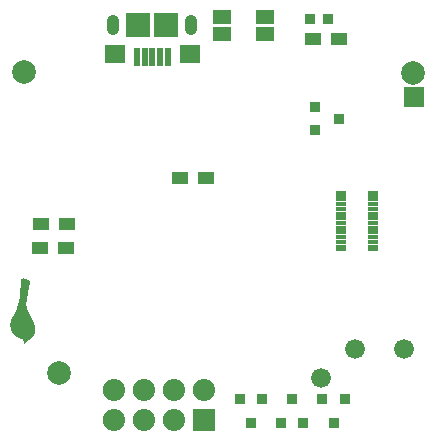
<source format=gbs>
G04 #@! TF.FileFunction,Soldermask,Bot*
%FSLAX46Y46*%
G04 Gerber Fmt 4.6, Leading zero omitted, Abs format (unit mm)*
G04 Created by KiCad (PCBNEW 4.0.1-stable) date Thursday, April 14, 2016 'AMt' 11:50:35 AM*
%MOMM*%
G01*
G04 APERTURE LIST*
%ADD10C,0.100000*%
%ADD11C,0.010000*%
%ADD12R,0.812400X0.382400*%
%ADD13R,0.812400X0.502400*%
%ADD14C,2.000000*%
%ADD15R,0.949960X0.949960*%
%ADD16C,1.676400*%
%ADD17R,1.879600X1.879600*%
%ADD18O,1.879600X1.879600*%
%ADD19R,1.352400X1.052400*%
%ADD20R,1.552400X1.202400*%
%ADD21R,0.952500X0.952500*%
%ADD22R,1.653540X1.653540*%
%ADD23R,1.752400X1.552400*%
%ADD24R,0.552400X1.502400*%
%ADD25R,2.052400X2.052400*%
%ADD26O,1.052400X1.752400*%
G04 APERTURE END LIST*
D10*
D11*
G36*
X132312729Y-117080436D02*
X132311512Y-117054492D01*
X132309405Y-117029876D01*
X132306319Y-117005432D01*
X132302163Y-116980001D01*
X132298931Y-116962832D01*
X132293687Y-116937483D01*
X132288076Y-116913301D01*
X132281868Y-116889569D01*
X132274836Y-116865571D01*
X132266750Y-116840588D01*
X132257382Y-116813905D01*
X132246502Y-116784804D01*
X132233882Y-116752567D01*
X132224064Y-116728180D01*
X132210762Y-116695800D01*
X132196953Y-116662927D01*
X132182506Y-116629285D01*
X132167292Y-116594596D01*
X132151180Y-116558583D01*
X132134041Y-116520969D01*
X132115745Y-116481476D01*
X132096161Y-116439828D01*
X132075160Y-116395747D01*
X132052611Y-116348956D01*
X132028385Y-116299178D01*
X132002352Y-116246136D01*
X131974381Y-116189552D01*
X131944343Y-116129150D01*
X131924564Y-116089541D01*
X131896596Y-116033510D01*
X131870721Y-115981441D01*
X131846791Y-115933012D01*
X131824657Y-115887898D01*
X131804170Y-115845776D01*
X131785181Y-115806321D01*
X131767543Y-115769210D01*
X131751105Y-115734119D01*
X131735720Y-115700724D01*
X131721238Y-115668701D01*
X131707511Y-115637727D01*
X131694390Y-115607476D01*
X131681726Y-115577626D01*
X131669371Y-115547852D01*
X131657175Y-115517831D01*
X131644991Y-115487239D01*
X131632669Y-115455751D01*
X131628108Y-115443971D01*
X131621739Y-115427521D01*
X131615795Y-115412243D01*
X131610540Y-115398816D01*
X131606241Y-115387915D01*
X131603163Y-115380220D01*
X131601626Y-115376521D01*
X131598499Y-115369547D01*
X131576854Y-115387626D01*
X131545173Y-115416127D01*
X131513107Y-115448908D01*
X131481033Y-115485472D01*
X131449328Y-115525320D01*
X131418370Y-115567956D01*
X131388536Y-115612883D01*
X131360204Y-115659602D01*
X131333751Y-115707616D01*
X131333102Y-115708857D01*
X131302323Y-115771538D01*
X131273291Y-115838125D01*
X131246203Y-115907941D01*
X131221259Y-115980309D01*
X131198655Y-116054552D01*
X131178590Y-116129992D01*
X131161261Y-116205954D01*
X131146866Y-116281758D01*
X131135604Y-116356729D01*
X131130217Y-116403124D01*
X131129136Y-116416878D01*
X131128287Y-116434158D01*
X131127671Y-116454064D01*
X131127287Y-116475696D01*
X131127135Y-116498153D01*
X131127216Y-116520535D01*
X131127530Y-116541942D01*
X131128076Y-116561473D01*
X131128855Y-116578228D01*
X131129867Y-116591307D01*
X131130197Y-116594229D01*
X131137899Y-116642356D01*
X131148558Y-116686722D01*
X131162167Y-116727307D01*
X131178719Y-116764087D01*
X131198207Y-116797044D01*
X131207192Y-116809643D01*
X131230889Y-116837515D01*
X131257003Y-116861293D01*
X131285864Y-116881217D01*
X131317801Y-116897528D01*
X131338704Y-116905725D01*
X131358013Y-116912044D01*
X131375569Y-116916562D01*
X131392905Y-116919522D01*
X131411552Y-116921170D01*
X131433039Y-116921748D01*
X131439407Y-116921752D01*
X131478424Y-116921615D01*
X131480043Y-116937410D01*
X131481661Y-116953205D01*
X131470054Y-116970264D01*
X131458447Y-116987324D01*
X131435466Y-116988029D01*
X131403256Y-116986958D01*
X131369569Y-116982033D01*
X131335412Y-116973555D01*
X131301792Y-116961821D01*
X131269715Y-116947130D01*
X131241038Y-116930343D01*
X131208226Y-116905807D01*
X131178661Y-116877694D01*
X131152351Y-116846016D01*
X131129303Y-116810788D01*
X131109524Y-116772025D01*
X131093022Y-116729740D01*
X131079803Y-116683949D01*
X131069874Y-116634665D01*
X131063244Y-116581902D01*
X131062712Y-116575835D01*
X131061560Y-116556649D01*
X131060937Y-116533734D01*
X131060819Y-116508167D01*
X131061179Y-116481026D01*
X131061990Y-116453387D01*
X131063227Y-116426328D01*
X131064865Y-116400926D01*
X131066876Y-116378258D01*
X131067647Y-116371304D01*
X131078328Y-116294242D01*
X131092248Y-116216100D01*
X131109193Y-116137641D01*
X131128951Y-116059628D01*
X131151309Y-115982821D01*
X131176055Y-115907982D01*
X131202976Y-115835874D01*
X131231859Y-115767258D01*
X131243200Y-115742481D01*
X131272826Y-115682591D01*
X131304395Y-115625110D01*
X131337677Y-115570356D01*
X131372440Y-115518645D01*
X131408452Y-115470292D01*
X131445481Y-115425615D01*
X131483297Y-115384929D01*
X131521668Y-115348551D01*
X131547461Y-115326833D01*
X131559842Y-115316671D01*
X131568393Y-115309019D01*
X131573303Y-115303692D01*
X131574760Y-115300507D01*
X131574715Y-115300270D01*
X131572220Y-115290275D01*
X131569390Y-115276254D01*
X131566339Y-115258997D01*
X131563182Y-115239295D01*
X131560031Y-115217938D01*
X131557003Y-115195717D01*
X131554211Y-115173424D01*
X131551769Y-115151848D01*
X131549792Y-115131780D01*
X131548988Y-115122238D01*
X131547797Y-115101489D01*
X131547330Y-115078508D01*
X131547605Y-115052991D01*
X131548642Y-115024634D01*
X131550457Y-114993131D01*
X131553071Y-114958177D01*
X131556500Y-114919469D01*
X131560764Y-114876700D01*
X131565881Y-114829567D01*
X131567529Y-114815019D01*
X131575630Y-114747865D01*
X131585084Y-114676268D01*
X131595856Y-114600417D01*
X131607912Y-114520503D01*
X131621216Y-114436717D01*
X131635735Y-114349250D01*
X131651434Y-114258292D01*
X131668278Y-114164034D01*
X131686231Y-114066667D01*
X131705260Y-113966381D01*
X131725330Y-113863368D01*
X131746406Y-113757817D01*
X131768453Y-113649920D01*
X131791436Y-113539867D01*
X131815321Y-113427848D01*
X131840074Y-113314055D01*
X131844343Y-113294648D01*
X131849073Y-113273025D01*
X131853518Y-113252407D01*
X131857555Y-113233376D01*
X131861065Y-113216516D01*
X131863926Y-113202411D01*
X131866018Y-113191644D01*
X131867220Y-113184798D01*
X131867415Y-113183371D01*
X131867358Y-113164597D01*
X131863521Y-113144733D01*
X131856361Y-113125026D01*
X131846334Y-113106721D01*
X131833897Y-113091065D01*
X131833419Y-113090576D01*
X131824943Y-113083199D01*
X131812514Y-113074131D01*
X131796606Y-113063630D01*
X131777694Y-113051956D01*
X131756252Y-113039369D01*
X131732753Y-113026129D01*
X131707672Y-113012496D01*
X131681482Y-112998728D01*
X131654659Y-112985087D01*
X131627676Y-112971831D01*
X131601007Y-112959220D01*
X131575126Y-112947515D01*
X131561334Y-112941528D01*
X131514061Y-112922685D01*
X131469540Y-112907683D01*
X131427796Y-112896527D01*
X131388849Y-112889221D01*
X131352723Y-112885766D01*
X131319440Y-112886167D01*
X131289023Y-112890426D01*
X131262728Y-112898078D01*
X131248834Y-112904648D01*
X131233808Y-112913949D01*
X131219341Y-112924782D01*
X131207126Y-112935950D01*
X131203410Y-112940053D01*
X131195243Y-112950606D01*
X131188032Y-112962001D01*
X131181702Y-112974613D01*
X131176178Y-112988815D01*
X131171384Y-113004979D01*
X131167244Y-113023479D01*
X131163684Y-113044687D01*
X131160627Y-113068978D01*
X131157998Y-113096723D01*
X131155722Y-113128297D01*
X131153723Y-113164072D01*
X131152446Y-113191838D01*
X131151912Y-113205395D01*
X131151285Y-113223106D01*
X131150585Y-113244286D01*
X131149832Y-113268253D01*
X131149049Y-113294323D01*
X131148255Y-113321812D01*
X131147472Y-113350038D01*
X131146719Y-113378316D01*
X131146352Y-113392619D01*
X131144435Y-113465281D01*
X131142472Y-113533516D01*
X131140442Y-113597734D01*
X131138326Y-113658348D01*
X131136103Y-113715767D01*
X131133753Y-113770403D01*
X131131255Y-113822667D01*
X131128590Y-113872969D01*
X131125738Y-113921721D01*
X131122678Y-113969333D01*
X131119389Y-114016217D01*
X131115853Y-114062783D01*
X131112048Y-114109443D01*
X131109941Y-114134057D01*
X131100125Y-114238566D01*
X131089142Y-114339029D01*
X131076851Y-114436127D01*
X131063112Y-114530540D01*
X131047785Y-114622947D01*
X131030730Y-114714028D01*
X131011805Y-114804464D01*
X130990872Y-114894934D01*
X130967790Y-114986118D01*
X130942418Y-115078697D01*
X130914616Y-115173349D01*
X130884243Y-115270755D01*
X130860103Y-115344790D01*
X130847144Y-115383637D01*
X130834962Y-115419588D01*
X130823374Y-115453035D01*
X130812198Y-115484370D01*
X130801252Y-115513986D01*
X130790353Y-115542274D01*
X130779318Y-115569626D01*
X130767965Y-115596435D01*
X130756112Y-115623092D01*
X130743575Y-115649989D01*
X130730173Y-115677519D01*
X130715723Y-115706073D01*
X130700041Y-115736044D01*
X130682947Y-115767824D01*
X130664257Y-115801804D01*
X130643788Y-115838376D01*
X130621359Y-115877934D01*
X130596787Y-115920868D01*
X130571212Y-115965276D01*
X130551376Y-115999694D01*
X130533748Y-116030393D01*
X130518081Y-116057825D01*
X130504127Y-116082438D01*
X130491637Y-116104682D01*
X130480364Y-116125007D01*
X130470059Y-116143864D01*
X130460475Y-116161701D01*
X130451364Y-116178969D01*
X130442477Y-116196118D01*
X130433567Y-116213596D01*
X130425838Y-116228952D01*
X130403949Y-116273741D01*
X130384775Y-116315424D01*
X130368070Y-116354718D01*
X130353585Y-116392342D01*
X130341073Y-116429014D01*
X130330284Y-116465450D01*
X130320972Y-116502371D01*
X130312889Y-116540492D01*
X130307021Y-116573045D01*
X130300588Y-116613692D01*
X130295532Y-116651122D01*
X130291742Y-116686722D01*
X130289104Y-116721880D01*
X130287508Y-116757980D01*
X130286842Y-116796411D01*
X130286851Y-116822829D01*
X130286988Y-116841061D01*
X130287165Y-116858234D01*
X130287370Y-116873598D01*
X130287593Y-116886402D01*
X130287822Y-116895898D01*
X130288045Y-116901333D01*
X130288053Y-116901448D01*
X130294235Y-116963879D01*
X130303591Y-117025463D01*
X130315971Y-117085610D01*
X130331224Y-117143736D01*
X130349200Y-117199253D01*
X130369747Y-117251574D01*
X130388125Y-117291114D01*
X130420284Y-117349972D01*
X130456998Y-117407316D01*
X130498212Y-117463094D01*
X130543870Y-117517253D01*
X130593914Y-117569741D01*
X130648290Y-117620506D01*
X130706940Y-117669496D01*
X130769808Y-117716658D01*
X130836839Y-117761940D01*
X130907976Y-117805290D01*
X130983163Y-117846656D01*
X130988860Y-117849623D01*
X131040297Y-117874999D01*
X131093607Y-117898666D01*
X131149431Y-117920868D01*
X131208406Y-117941853D01*
X131271173Y-117961866D01*
X131309766Y-117973182D01*
X131327998Y-117978370D01*
X131395970Y-118146876D01*
X131406924Y-118173946D01*
X131417400Y-118199671D01*
X131427254Y-118223703D01*
X131436338Y-118245696D01*
X131444509Y-118265301D01*
X131451620Y-118282173D01*
X131457526Y-118295962D01*
X131462082Y-118306324D01*
X131465141Y-118312909D01*
X131466559Y-118315372D01*
X131466591Y-118315381D01*
X131468563Y-118313615D01*
X131473510Y-118308493D01*
X131481192Y-118300276D01*
X131491371Y-118289225D01*
X131503811Y-118275604D01*
X131518272Y-118259673D01*
X131534518Y-118241695D01*
X131552310Y-118221931D01*
X131571410Y-118200643D01*
X131591581Y-118178094D01*
X131607223Y-118160562D01*
X131745206Y-118005743D01*
X131772442Y-117995884D01*
X131820493Y-117976454D01*
X131866369Y-117953656D01*
X131910487Y-117927210D01*
X131953264Y-117896838D01*
X131995117Y-117862261D01*
X132036464Y-117823199D01*
X132047485Y-117811961D01*
X132088750Y-117765802D01*
X132126931Y-117716025D01*
X132161936Y-117662811D01*
X132193676Y-117606341D01*
X132222059Y-117546797D01*
X132246996Y-117484361D01*
X132268395Y-117419215D01*
X132286165Y-117351540D01*
X132293028Y-117319943D01*
X132298950Y-117289499D01*
X132303593Y-117262261D01*
X132307112Y-117236814D01*
X132309665Y-117211744D01*
X132311408Y-117185636D01*
X132312499Y-117157075D01*
X132312857Y-117140933D01*
X132313147Y-117108864D01*
X132312729Y-117080436D01*
X132312729Y-117080436D01*
G37*
X132312729Y-117080436D02*
X132311512Y-117054492D01*
X132309405Y-117029876D01*
X132306319Y-117005432D01*
X132302163Y-116980001D01*
X132298931Y-116962832D01*
X132293687Y-116937483D01*
X132288076Y-116913301D01*
X132281868Y-116889569D01*
X132274836Y-116865571D01*
X132266750Y-116840588D01*
X132257382Y-116813905D01*
X132246502Y-116784804D01*
X132233882Y-116752567D01*
X132224064Y-116728180D01*
X132210762Y-116695800D01*
X132196953Y-116662927D01*
X132182506Y-116629285D01*
X132167292Y-116594596D01*
X132151180Y-116558583D01*
X132134041Y-116520969D01*
X132115745Y-116481476D01*
X132096161Y-116439828D01*
X132075160Y-116395747D01*
X132052611Y-116348956D01*
X132028385Y-116299178D01*
X132002352Y-116246136D01*
X131974381Y-116189552D01*
X131944343Y-116129150D01*
X131924564Y-116089541D01*
X131896596Y-116033510D01*
X131870721Y-115981441D01*
X131846791Y-115933012D01*
X131824657Y-115887898D01*
X131804170Y-115845776D01*
X131785181Y-115806321D01*
X131767543Y-115769210D01*
X131751105Y-115734119D01*
X131735720Y-115700724D01*
X131721238Y-115668701D01*
X131707511Y-115637727D01*
X131694390Y-115607476D01*
X131681726Y-115577626D01*
X131669371Y-115547852D01*
X131657175Y-115517831D01*
X131644991Y-115487239D01*
X131632669Y-115455751D01*
X131628108Y-115443971D01*
X131621739Y-115427521D01*
X131615795Y-115412243D01*
X131610540Y-115398816D01*
X131606241Y-115387915D01*
X131603163Y-115380220D01*
X131601626Y-115376521D01*
X131598499Y-115369547D01*
X131576854Y-115387626D01*
X131545173Y-115416127D01*
X131513107Y-115448908D01*
X131481033Y-115485472D01*
X131449328Y-115525320D01*
X131418370Y-115567956D01*
X131388536Y-115612883D01*
X131360204Y-115659602D01*
X131333751Y-115707616D01*
X131333102Y-115708857D01*
X131302323Y-115771538D01*
X131273291Y-115838125D01*
X131246203Y-115907941D01*
X131221259Y-115980309D01*
X131198655Y-116054552D01*
X131178590Y-116129992D01*
X131161261Y-116205954D01*
X131146866Y-116281758D01*
X131135604Y-116356729D01*
X131130217Y-116403124D01*
X131129136Y-116416878D01*
X131128287Y-116434158D01*
X131127671Y-116454064D01*
X131127287Y-116475696D01*
X131127135Y-116498153D01*
X131127216Y-116520535D01*
X131127530Y-116541942D01*
X131128076Y-116561473D01*
X131128855Y-116578228D01*
X131129867Y-116591307D01*
X131130197Y-116594229D01*
X131137899Y-116642356D01*
X131148558Y-116686722D01*
X131162167Y-116727307D01*
X131178719Y-116764087D01*
X131198207Y-116797044D01*
X131207192Y-116809643D01*
X131230889Y-116837515D01*
X131257003Y-116861293D01*
X131285864Y-116881217D01*
X131317801Y-116897528D01*
X131338704Y-116905725D01*
X131358013Y-116912044D01*
X131375569Y-116916562D01*
X131392905Y-116919522D01*
X131411552Y-116921170D01*
X131433039Y-116921748D01*
X131439407Y-116921752D01*
X131478424Y-116921615D01*
X131480043Y-116937410D01*
X131481661Y-116953205D01*
X131470054Y-116970264D01*
X131458447Y-116987324D01*
X131435466Y-116988029D01*
X131403256Y-116986958D01*
X131369569Y-116982033D01*
X131335412Y-116973555D01*
X131301792Y-116961821D01*
X131269715Y-116947130D01*
X131241038Y-116930343D01*
X131208226Y-116905807D01*
X131178661Y-116877694D01*
X131152351Y-116846016D01*
X131129303Y-116810788D01*
X131109524Y-116772025D01*
X131093022Y-116729740D01*
X131079803Y-116683949D01*
X131069874Y-116634665D01*
X131063244Y-116581902D01*
X131062712Y-116575835D01*
X131061560Y-116556649D01*
X131060937Y-116533734D01*
X131060819Y-116508167D01*
X131061179Y-116481026D01*
X131061990Y-116453387D01*
X131063227Y-116426328D01*
X131064865Y-116400926D01*
X131066876Y-116378258D01*
X131067647Y-116371304D01*
X131078328Y-116294242D01*
X131092248Y-116216100D01*
X131109193Y-116137641D01*
X131128951Y-116059628D01*
X131151309Y-115982821D01*
X131176055Y-115907982D01*
X131202976Y-115835874D01*
X131231859Y-115767258D01*
X131243200Y-115742481D01*
X131272826Y-115682591D01*
X131304395Y-115625110D01*
X131337677Y-115570356D01*
X131372440Y-115518645D01*
X131408452Y-115470292D01*
X131445481Y-115425615D01*
X131483297Y-115384929D01*
X131521668Y-115348551D01*
X131547461Y-115326833D01*
X131559842Y-115316671D01*
X131568393Y-115309019D01*
X131573303Y-115303692D01*
X131574760Y-115300507D01*
X131574715Y-115300270D01*
X131572220Y-115290275D01*
X131569390Y-115276254D01*
X131566339Y-115258997D01*
X131563182Y-115239295D01*
X131560031Y-115217938D01*
X131557003Y-115195717D01*
X131554211Y-115173424D01*
X131551769Y-115151848D01*
X131549792Y-115131780D01*
X131548988Y-115122238D01*
X131547797Y-115101489D01*
X131547330Y-115078508D01*
X131547605Y-115052991D01*
X131548642Y-115024634D01*
X131550457Y-114993131D01*
X131553071Y-114958177D01*
X131556500Y-114919469D01*
X131560764Y-114876700D01*
X131565881Y-114829567D01*
X131567529Y-114815019D01*
X131575630Y-114747865D01*
X131585084Y-114676268D01*
X131595856Y-114600417D01*
X131607912Y-114520503D01*
X131621216Y-114436717D01*
X131635735Y-114349250D01*
X131651434Y-114258292D01*
X131668278Y-114164034D01*
X131686231Y-114066667D01*
X131705260Y-113966381D01*
X131725330Y-113863368D01*
X131746406Y-113757817D01*
X131768453Y-113649920D01*
X131791436Y-113539867D01*
X131815321Y-113427848D01*
X131840074Y-113314055D01*
X131844343Y-113294648D01*
X131849073Y-113273025D01*
X131853518Y-113252407D01*
X131857555Y-113233376D01*
X131861065Y-113216516D01*
X131863926Y-113202411D01*
X131866018Y-113191644D01*
X131867220Y-113184798D01*
X131867415Y-113183371D01*
X131867358Y-113164597D01*
X131863521Y-113144733D01*
X131856361Y-113125026D01*
X131846334Y-113106721D01*
X131833897Y-113091065D01*
X131833419Y-113090576D01*
X131824943Y-113083199D01*
X131812514Y-113074131D01*
X131796606Y-113063630D01*
X131777694Y-113051956D01*
X131756252Y-113039369D01*
X131732753Y-113026129D01*
X131707672Y-113012496D01*
X131681482Y-112998728D01*
X131654659Y-112985087D01*
X131627676Y-112971831D01*
X131601007Y-112959220D01*
X131575126Y-112947515D01*
X131561334Y-112941528D01*
X131514061Y-112922685D01*
X131469540Y-112907683D01*
X131427796Y-112896527D01*
X131388849Y-112889221D01*
X131352723Y-112885766D01*
X131319440Y-112886167D01*
X131289023Y-112890426D01*
X131262728Y-112898078D01*
X131248834Y-112904648D01*
X131233808Y-112913949D01*
X131219341Y-112924782D01*
X131207126Y-112935950D01*
X131203410Y-112940053D01*
X131195243Y-112950606D01*
X131188032Y-112962001D01*
X131181702Y-112974613D01*
X131176178Y-112988815D01*
X131171384Y-113004979D01*
X131167244Y-113023479D01*
X131163684Y-113044687D01*
X131160627Y-113068978D01*
X131157998Y-113096723D01*
X131155722Y-113128297D01*
X131153723Y-113164072D01*
X131152446Y-113191838D01*
X131151912Y-113205395D01*
X131151285Y-113223106D01*
X131150585Y-113244286D01*
X131149832Y-113268253D01*
X131149049Y-113294323D01*
X131148255Y-113321812D01*
X131147472Y-113350038D01*
X131146719Y-113378316D01*
X131146352Y-113392619D01*
X131144435Y-113465281D01*
X131142472Y-113533516D01*
X131140442Y-113597734D01*
X131138326Y-113658348D01*
X131136103Y-113715767D01*
X131133753Y-113770403D01*
X131131255Y-113822667D01*
X131128590Y-113872969D01*
X131125738Y-113921721D01*
X131122678Y-113969333D01*
X131119389Y-114016217D01*
X131115853Y-114062783D01*
X131112048Y-114109443D01*
X131109941Y-114134057D01*
X131100125Y-114238566D01*
X131089142Y-114339029D01*
X131076851Y-114436127D01*
X131063112Y-114530540D01*
X131047785Y-114622947D01*
X131030730Y-114714028D01*
X131011805Y-114804464D01*
X130990872Y-114894934D01*
X130967790Y-114986118D01*
X130942418Y-115078697D01*
X130914616Y-115173349D01*
X130884243Y-115270755D01*
X130860103Y-115344790D01*
X130847144Y-115383637D01*
X130834962Y-115419588D01*
X130823374Y-115453035D01*
X130812198Y-115484370D01*
X130801252Y-115513986D01*
X130790353Y-115542274D01*
X130779318Y-115569626D01*
X130767965Y-115596435D01*
X130756112Y-115623092D01*
X130743575Y-115649989D01*
X130730173Y-115677519D01*
X130715723Y-115706073D01*
X130700041Y-115736044D01*
X130682947Y-115767824D01*
X130664257Y-115801804D01*
X130643788Y-115838376D01*
X130621359Y-115877934D01*
X130596787Y-115920868D01*
X130571212Y-115965276D01*
X130551376Y-115999694D01*
X130533748Y-116030393D01*
X130518081Y-116057825D01*
X130504127Y-116082438D01*
X130491637Y-116104682D01*
X130480364Y-116125007D01*
X130470059Y-116143864D01*
X130460475Y-116161701D01*
X130451364Y-116178969D01*
X130442477Y-116196118D01*
X130433567Y-116213596D01*
X130425838Y-116228952D01*
X130403949Y-116273741D01*
X130384775Y-116315424D01*
X130368070Y-116354718D01*
X130353585Y-116392342D01*
X130341073Y-116429014D01*
X130330284Y-116465450D01*
X130320972Y-116502371D01*
X130312889Y-116540492D01*
X130307021Y-116573045D01*
X130300588Y-116613692D01*
X130295532Y-116651122D01*
X130291742Y-116686722D01*
X130289104Y-116721880D01*
X130287508Y-116757980D01*
X130286842Y-116796411D01*
X130286851Y-116822829D01*
X130286988Y-116841061D01*
X130287165Y-116858234D01*
X130287370Y-116873598D01*
X130287593Y-116886402D01*
X130287822Y-116895898D01*
X130288045Y-116901333D01*
X130288053Y-116901448D01*
X130294235Y-116963879D01*
X130303591Y-117025463D01*
X130315971Y-117085610D01*
X130331224Y-117143736D01*
X130349200Y-117199253D01*
X130369747Y-117251574D01*
X130388125Y-117291114D01*
X130420284Y-117349972D01*
X130456998Y-117407316D01*
X130498212Y-117463094D01*
X130543870Y-117517253D01*
X130593914Y-117569741D01*
X130648290Y-117620506D01*
X130706940Y-117669496D01*
X130769808Y-117716658D01*
X130836839Y-117761940D01*
X130907976Y-117805290D01*
X130983163Y-117846656D01*
X130988860Y-117849623D01*
X131040297Y-117874999D01*
X131093607Y-117898666D01*
X131149431Y-117920868D01*
X131208406Y-117941853D01*
X131271173Y-117961866D01*
X131309766Y-117973182D01*
X131327998Y-117978370D01*
X131395970Y-118146876D01*
X131406924Y-118173946D01*
X131417400Y-118199671D01*
X131427254Y-118223703D01*
X131436338Y-118245696D01*
X131444509Y-118265301D01*
X131451620Y-118282173D01*
X131457526Y-118295962D01*
X131462082Y-118306324D01*
X131465141Y-118312909D01*
X131466559Y-118315372D01*
X131466591Y-118315381D01*
X131468563Y-118313615D01*
X131473510Y-118308493D01*
X131481192Y-118300276D01*
X131491371Y-118289225D01*
X131503811Y-118275604D01*
X131518272Y-118259673D01*
X131534518Y-118241695D01*
X131552310Y-118221931D01*
X131571410Y-118200643D01*
X131591581Y-118178094D01*
X131607223Y-118160562D01*
X131745206Y-118005743D01*
X131772442Y-117995884D01*
X131820493Y-117976454D01*
X131866369Y-117953656D01*
X131910487Y-117927210D01*
X131953264Y-117896838D01*
X131995117Y-117862261D01*
X132036464Y-117823199D01*
X132047485Y-117811961D01*
X132088750Y-117765802D01*
X132126931Y-117716025D01*
X132161936Y-117662811D01*
X132193676Y-117606341D01*
X132222059Y-117546797D01*
X132246996Y-117484361D01*
X132268395Y-117419215D01*
X132286165Y-117351540D01*
X132293028Y-117319943D01*
X132298950Y-117289499D01*
X132303593Y-117262261D01*
X132307112Y-117236814D01*
X132309665Y-117211744D01*
X132311408Y-117185636D01*
X132312499Y-117157075D01*
X132312857Y-117140933D01*
X132313147Y-117108864D01*
X132312729Y-117080436D01*
D12*
X161010000Y-106190000D03*
X158300000Y-106190000D03*
X161010000Y-109790000D03*
X158300000Y-109790000D03*
D13*
X161010000Y-105715000D03*
X158300000Y-105715000D03*
X161010000Y-110265000D03*
X158300000Y-110265000D03*
D12*
X158300000Y-109390000D03*
X161010000Y-109390000D03*
X158300000Y-108990000D03*
X161010000Y-108990000D03*
X158300000Y-108590000D03*
X161010000Y-108590000D03*
X158300000Y-108190000D03*
X161010000Y-108190000D03*
X158300000Y-107790000D03*
X161010000Y-107790000D03*
X158300000Y-107390000D03*
X161010000Y-107390000D03*
X158300000Y-106990000D03*
X161010000Y-106990000D03*
X158300000Y-106590000D03*
X161010000Y-106590000D03*
D14*
X134425000Y-120850000D03*
X131475000Y-95375000D03*
X164375000Y-95475000D03*
D15*
X155640000Y-90890000D03*
X157138600Y-90890000D03*
D16*
X156575000Y-121350000D03*
D17*
X146700000Y-124900000D03*
D18*
X146700000Y-122360000D03*
X144160000Y-124900000D03*
X144160000Y-122360000D03*
X141620000Y-124900000D03*
X141620000Y-122360000D03*
X139080000Y-124900000D03*
X139080000Y-122360000D03*
D16*
X159500000Y-118900000D03*
X163600000Y-118900000D03*
D19*
X144610000Y-104350000D03*
X146810000Y-104350000D03*
X135050000Y-108290000D03*
X132850000Y-108290000D03*
X132760000Y-110300000D03*
X134960000Y-110300000D03*
X158090000Y-92580000D03*
X155890000Y-92580000D03*
D20*
X151800000Y-92225000D03*
X148200000Y-92225000D03*
X151800000Y-90775000D03*
X148200000Y-90775000D03*
D21*
X156700000Y-123124240D03*
X158600000Y-123124240D03*
X157650000Y-125123220D03*
X155100000Y-125125760D03*
X153200000Y-125125760D03*
X154150000Y-123126780D03*
X149725000Y-123124240D03*
X151625000Y-123124240D03*
X150675000Y-125123220D03*
X156099240Y-100300000D03*
X156099240Y-98400000D03*
X158098220Y-99350000D03*
D22*
X164490000Y-97510000D03*
D23*
X139100000Y-93900000D03*
X145500000Y-93900000D03*
D24*
X141000000Y-94125000D03*
X141650000Y-94125000D03*
X142300000Y-94125000D03*
X142950000Y-94125000D03*
X143600000Y-94125000D03*
D25*
X141100000Y-91450000D03*
X143500000Y-91450000D03*
D26*
X139000000Y-91450000D03*
X145600000Y-91450000D03*
M02*

</source>
